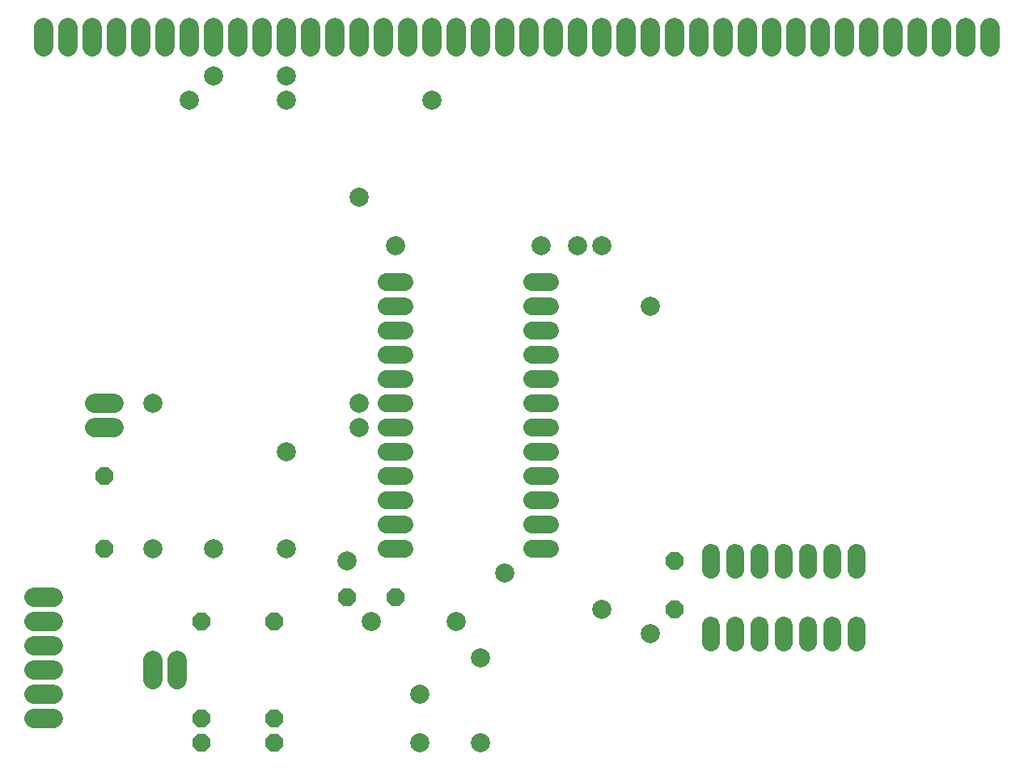
<source format=gbr>
G04 EAGLE Gerber RS-274X export*
G75*
%MOMM*%
%FSLAX34Y34*%
%LPD*%
%INTop Copper*%
%IPPOS*%
%AMOC8*
5,1,8,0,0,1.08239X$1,22.5*%
G01*
%ADD10P,1.979475X8X292.500000*%
%ADD11P,1.979475X8X202.500000*%
%ADD12C,1.828800*%
%ADD13C,2.032000*%
%ADD14P,1.979475X8X22.500000*%
%ADD15C,2.000000*%


D10*
X685800Y215900D03*
X685800Y165100D03*
D11*
X393700Y177800D03*
X342900Y177800D03*
D12*
X384556Y508000D02*
X402844Y508000D01*
X402844Y482600D02*
X384556Y482600D01*
X384556Y355600D02*
X402844Y355600D01*
X402844Y330200D02*
X384556Y330200D01*
X384556Y457200D02*
X402844Y457200D01*
X402844Y431800D02*
X384556Y431800D01*
X384556Y381000D02*
X402844Y381000D01*
X402844Y406400D02*
X384556Y406400D01*
X384556Y304800D02*
X402844Y304800D01*
X402844Y279400D02*
X384556Y279400D01*
X384556Y254000D02*
X402844Y254000D01*
X402844Y228600D02*
X384556Y228600D01*
X536956Y228600D02*
X555244Y228600D01*
X555244Y254000D02*
X536956Y254000D01*
X536956Y279400D02*
X555244Y279400D01*
X555244Y304800D02*
X536956Y304800D01*
X536956Y330200D02*
X555244Y330200D01*
X555244Y355600D02*
X536956Y355600D01*
X536956Y381000D02*
X555244Y381000D01*
X555244Y406400D02*
X536956Y406400D01*
X536956Y431800D02*
X555244Y431800D01*
X555244Y457200D02*
X536956Y457200D01*
X536956Y482600D02*
X555244Y482600D01*
X555244Y508000D02*
X536956Y508000D01*
X723900Y148844D02*
X723900Y130556D01*
X749300Y130556D02*
X749300Y148844D01*
X876300Y148844D02*
X876300Y130556D01*
X876300Y206756D02*
X876300Y225044D01*
X774700Y148844D02*
X774700Y130556D01*
X800100Y130556D02*
X800100Y148844D01*
X850900Y148844D02*
X850900Y130556D01*
X825500Y130556D02*
X825500Y148844D01*
X850900Y206756D02*
X850900Y225044D01*
X825500Y225044D02*
X825500Y206756D01*
X800100Y206756D02*
X800100Y225044D01*
X774700Y225044D02*
X774700Y206756D01*
X749300Y206756D02*
X749300Y225044D01*
X723900Y225044D02*
X723900Y206756D01*
D13*
X25400Y754380D02*
X25400Y774700D01*
X50800Y774700D02*
X50800Y754380D01*
X76200Y754380D02*
X76200Y774700D01*
X101600Y774700D02*
X101600Y754380D01*
X127000Y754380D02*
X127000Y774700D01*
X152400Y774700D02*
X152400Y754380D01*
X177800Y754380D02*
X177800Y774700D01*
X203200Y774700D02*
X203200Y754380D01*
X228600Y754380D02*
X228600Y774700D01*
X254000Y774700D02*
X254000Y754380D01*
X279400Y754380D02*
X279400Y774700D01*
X304800Y774700D02*
X304800Y754380D01*
X330200Y754380D02*
X330200Y774700D01*
X355600Y774700D02*
X355600Y754380D01*
X381000Y754380D02*
X381000Y774700D01*
X406400Y774700D02*
X406400Y754380D01*
X431800Y754380D02*
X431800Y774700D01*
X457200Y774700D02*
X457200Y754380D01*
X482600Y754380D02*
X482600Y774700D01*
X508000Y774700D02*
X508000Y754380D01*
X533400Y754380D02*
X533400Y774700D01*
X558800Y774700D02*
X558800Y754380D01*
X584200Y754380D02*
X584200Y774700D01*
X609600Y774700D02*
X609600Y754380D01*
X635000Y754380D02*
X635000Y774700D01*
X660400Y774700D02*
X660400Y754380D01*
X685800Y754380D02*
X685800Y774700D01*
X711200Y774700D02*
X711200Y754380D01*
X736600Y754380D02*
X736600Y774700D01*
X762000Y774700D02*
X762000Y754380D01*
X787400Y754380D02*
X787400Y774700D01*
X812800Y774700D02*
X812800Y754380D01*
X838200Y754380D02*
X838200Y774700D01*
X863600Y774700D02*
X863600Y754380D01*
X889000Y754380D02*
X889000Y774700D01*
X914400Y774700D02*
X914400Y754380D01*
X939800Y754380D02*
X939800Y774700D01*
X965200Y774700D02*
X965200Y754380D01*
X990600Y754380D02*
X990600Y774700D01*
X1016000Y774700D02*
X1016000Y754380D01*
X165100Y111760D02*
X165100Y91440D01*
X139700Y91440D02*
X139700Y111760D01*
D14*
X190500Y152400D03*
X266700Y152400D03*
X190500Y50800D03*
X266700Y50800D03*
X190500Y25400D03*
X266700Y25400D03*
D13*
X35560Y177800D02*
X15240Y177800D01*
X15240Y152400D02*
X35560Y152400D01*
X35560Y127000D02*
X15240Y127000D01*
X15240Y101600D02*
X35560Y101600D01*
X35560Y76200D02*
X15240Y76200D01*
X15240Y50800D02*
X35560Y50800D01*
X78740Y355600D02*
X99060Y355600D01*
X99060Y381000D02*
X78740Y381000D01*
D10*
X88900Y304800D03*
X88900Y228600D03*
D15*
X177800Y698500D03*
X546100Y546100D03*
X279400Y698500D03*
X431800Y698500D03*
X609600Y165100D03*
X609600Y546100D03*
X584200Y546100D03*
X279400Y330200D03*
X342900Y215900D03*
X279400Y228600D03*
X508000Y203200D03*
X203200Y228600D03*
X139700Y228600D03*
X393700Y546100D03*
X279400Y723900D03*
X203200Y723900D03*
X355600Y355600D03*
X355600Y596900D03*
X355600Y381000D03*
X139700Y381000D03*
X660400Y139700D03*
X660400Y482600D03*
X419100Y25400D03*
X419100Y76200D03*
X482600Y25400D03*
X482600Y114300D03*
X368300Y152400D03*
X457200Y152400D03*
M02*

</source>
